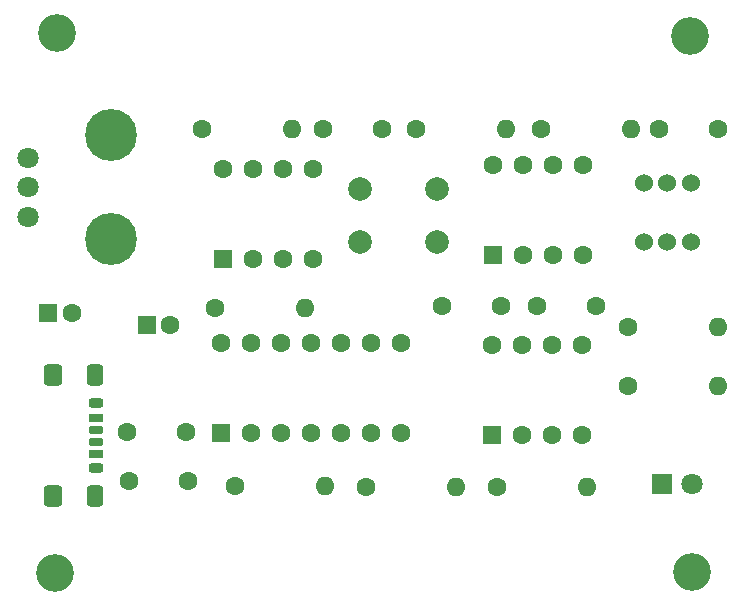
<source format=gbr>
%TF.GenerationSoftware,KiCad,Pcbnew,9.0.1*%
%TF.CreationDate,2025-05-04T07:23:12+02:00*%
%TF.ProjectId,clock-module,636c6f63-6b2d-46d6-9f64-756c652e6b69,rev?*%
%TF.SameCoordinates,Original*%
%TF.FileFunction,Soldermask,Top*%
%TF.FilePolarity,Negative*%
%FSLAX46Y46*%
G04 Gerber Fmt 4.6, Leading zero omitted, Abs format (unit mm)*
G04 Created by KiCad (PCBNEW 9.0.1) date 2025-05-04 07:23:12*
%MOMM*%
%LPD*%
G01*
G04 APERTURE LIST*
G04 Aperture macros list*
%AMRoundRect*
0 Rectangle with rounded corners*
0 $1 Rounding radius*
0 $2 $3 $4 $5 $6 $7 $8 $9 X,Y pos of 4 corners*
0 Add a 4 corners polygon primitive as box body*
4,1,4,$2,$3,$4,$5,$6,$7,$8,$9,$2,$3,0*
0 Add four circle primitives for the rounded corners*
1,1,$1+$1,$2,$3*
1,1,$1+$1,$4,$5*
1,1,$1+$1,$6,$7*
1,1,$1+$1,$8,$9*
0 Add four rect primitives between the rounded corners*
20,1,$1+$1,$2,$3,$4,$5,0*
20,1,$1+$1,$4,$5,$6,$7,0*
20,1,$1+$1,$6,$7,$8,$9,0*
20,1,$1+$1,$8,$9,$2,$3,0*%
G04 Aperture macros list end*
%ADD10C,1.600000*%
%ADD11O,1.600000X1.600000*%
%ADD12C,1.524000*%
%ADD13R,1.800000X1.800000*%
%ADD14C,1.800000*%
%ADD15C,3.200000*%
%ADD16RoundRect,0.250000X0.550000X-0.550000X0.550000X0.550000X-0.550000X0.550000X-0.550000X-0.550000X0*%
%ADD17RoundRect,0.175000X-0.425000X0.175000X-0.425000X-0.175000X0.425000X-0.175000X0.425000X0.175000X0*%
%ADD18RoundRect,0.190000X0.410000X-0.190000X0.410000X0.190000X-0.410000X0.190000X-0.410000X-0.190000X0*%
%ADD19RoundRect,0.200000X0.400000X-0.200000X0.400000X0.200000X-0.400000X0.200000X-0.400000X-0.200000X0*%
%ADD20RoundRect,0.175000X0.425000X-0.175000X0.425000X0.175000X-0.425000X0.175000X-0.425000X-0.175000X0*%
%ADD21RoundRect,0.190000X-0.410000X0.190000X-0.410000X-0.190000X0.410000X-0.190000X0.410000X0.190000X0*%
%ADD22RoundRect,0.200000X-0.400000X0.200000X-0.400000X-0.200000X0.400000X-0.200000X0.400000X0.200000X0*%
%ADD23RoundRect,0.250000X-0.425000X0.650000X-0.425000X-0.650000X0.425000X-0.650000X0.425000X0.650000X0*%
%ADD24RoundRect,0.250000X-0.500000X0.650000X-0.500000X-0.650000X0.500000X-0.650000X0.500000X0.650000X0*%
%ADD25C,2.000000*%
%ADD26R,1.600000X1.600000*%
%ADD27C,4.400000*%
G04 APERTURE END LIST*
D10*
%TO.C,R7*%
X140665200Y-99822000D03*
D11*
X148285200Y-99822000D03*
%TD*%
D12*
%TO.C,SW2*%
X153060400Y-79095600D03*
X155060400Y-79095600D03*
X157060400Y-79095600D03*
X153060400Y-74095600D03*
X155060400Y-74095600D03*
X157060400Y-74095600D03*
%TD*%
D13*
%TO.C,D1*%
X154610000Y-99575000D03*
D14*
X157150000Y-99575000D03*
%TD*%
D15*
%TO.C,H1*%
X156972000Y-61620400D03*
%TD*%
D16*
%TO.C,U3*%
X117297200Y-95295800D03*
D10*
X119837200Y-95295800D03*
X122377200Y-95295800D03*
X124917200Y-95295800D03*
X127457200Y-95295800D03*
X129997200Y-95295800D03*
X132537200Y-95295800D03*
X132537200Y-87675800D03*
X129997200Y-87675800D03*
X127457200Y-87675800D03*
X124917200Y-87675800D03*
X122377200Y-87675800D03*
X119837200Y-87675800D03*
X117297200Y-87675800D03*
%TD*%
D15*
%TO.C,H2*%
X103378000Y-61417200D03*
%TD*%
D10*
%TO.C,R1*%
X115671600Y-69494400D03*
D11*
X123291600Y-69494400D03*
%TD*%
D17*
%TO.C,J1*%
X106657400Y-95009800D03*
D18*
X106657400Y-97029800D03*
D19*
X106657400Y-98259800D03*
D20*
X106657400Y-96009800D03*
D21*
X106657400Y-93989800D03*
D22*
X106657400Y-92759800D03*
D23*
X106602400Y-90384800D03*
D24*
X103022400Y-90384800D03*
D23*
X106602400Y-100634800D03*
D24*
X103022400Y-100634800D03*
%TD*%
D10*
%TO.C,R5*%
X118465600Y-99771200D03*
D11*
X126085600Y-99771200D03*
%TD*%
D16*
%TO.C,U2*%
X140258800Y-80213200D03*
D10*
X142798800Y-80213200D03*
X145338800Y-80213200D03*
X147878800Y-80213200D03*
X147878800Y-72593200D03*
X145338800Y-72593200D03*
X142798800Y-72593200D03*
X140258800Y-72593200D03*
%TD*%
D16*
%TO.C,U1*%
X117386400Y-80552000D03*
D10*
X119926400Y-80552000D03*
X122466400Y-80552000D03*
X125006400Y-80552000D03*
X125006400Y-72932000D03*
X122466400Y-72932000D03*
X119926400Y-72932000D03*
X117386400Y-72932000D03*
%TD*%
D15*
%TO.C,H4*%
X103225600Y-107086400D03*
%TD*%
D10*
%TO.C,C5*%
X135930000Y-84531200D03*
X140930000Y-84531200D03*
%TD*%
D25*
%TO.C,SW1*%
X129033200Y-74610400D03*
X135533200Y-74610400D03*
X129033200Y-79110400D03*
X135533200Y-79110400D03*
%TD*%
D10*
%TO.C,R8*%
X151688800Y-91287600D03*
D11*
X159308800Y-91287600D03*
%TD*%
D10*
%TO.C,C2*%
X114463200Y-99314000D03*
X109463200Y-99314000D03*
%TD*%
D16*
%TO.C,U4*%
X140208000Y-95448200D03*
D10*
X142748000Y-95448200D03*
X145288000Y-95448200D03*
X147828000Y-95448200D03*
X147828000Y-87828200D03*
X145288000Y-87828200D03*
X142748000Y-87828200D03*
X140208000Y-87828200D03*
%TD*%
D26*
%TO.C,C7*%
X110979200Y-86106000D03*
D10*
X112979200Y-86106000D03*
%TD*%
D15*
%TO.C,H3*%
X157124400Y-107035600D03*
%TD*%
D10*
%TO.C,C4*%
X125922400Y-69545200D03*
X130922400Y-69545200D03*
%TD*%
%TO.C,C3*%
X114299199Y-95208800D03*
X109299199Y-95208800D03*
%TD*%
D26*
%TO.C,C1*%
X102648000Y-85090000D03*
D10*
X104648000Y-85090000D03*
%TD*%
%TO.C,R9*%
X151688800Y-86309200D03*
D11*
X159308800Y-86309200D03*
%TD*%
D10*
%TO.C,C6*%
X144018000Y-84531200D03*
X149018000Y-84531200D03*
%TD*%
D14*
%TO.C,RV1*%
X100950000Y-76953200D03*
X100950000Y-74453200D03*
X100950000Y-71953200D03*
D27*
X107950000Y-70053200D03*
X107950000Y-78853200D03*
%TD*%
D10*
%TO.C,R3*%
X144311800Y-69541000D03*
D11*
X151931800Y-69541000D03*
%TD*%
D10*
%TO.C,R2*%
X133796200Y-69490200D03*
D11*
X141416200Y-69490200D03*
%TD*%
D10*
%TO.C,C8*%
X154350000Y-69500000D03*
X159350000Y-69500000D03*
%TD*%
%TO.C,R6*%
X129540000Y-99822000D03*
D11*
X137160000Y-99822000D03*
%TD*%
D10*
%TO.C,R4*%
X116789200Y-84683600D03*
D11*
X124409200Y-84683600D03*
%TD*%
M02*

</source>
